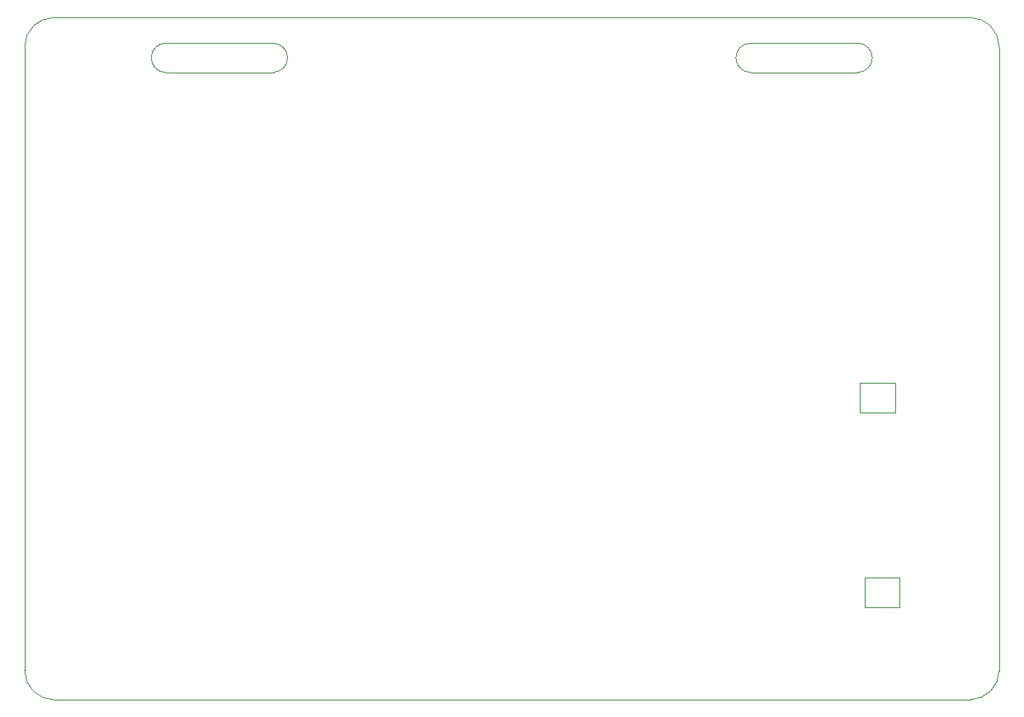
<source format=gm1>
%TF.GenerationSoftware,KiCad,Pcbnew,9.0.7*%
%TF.CreationDate,2026-03-07T10:30:55+01:00*%
%TF.ProjectId,confnicebadge,636f6e66-6e69-4636-9562-616467652e6b,rev?*%
%TF.SameCoordinates,Original*%
%TF.FileFunction,Profile,NP*%
%FSLAX46Y46*%
G04 Gerber Fmt 4.6, Leading zero omitted, Abs format (unit mm)*
G04 Created by KiCad (PCBNEW 9.0.7) date 2026-03-07 10:30:55*
%MOMM*%
%LPD*%
G01*
G04 APERTURE LIST*
%TA.AperFunction,Profile*%
%ADD10C,0.050000*%
%TD*%
%TA.AperFunction,Profile*%
%ADD11C,0.120000*%
%TD*%
G04 APERTURE END LIST*
D10*
X130000000Y-87000000D02*
G75*
G02*
X127000000Y-90000000I-3000000J0D01*
G01*
X30000000Y-23000000D02*
G75*
G02*
X33000000Y-20000000I3000000J0D01*
G01*
X130000000Y-23000000D02*
X130000000Y-87000000D01*
X127000000Y-20000000D02*
G75*
G02*
X130000000Y-23000000I0J-3000000D01*
G01*
X127000000Y-90000000D02*
X33000000Y-90000000D01*
X33000000Y-20000000D02*
X127000000Y-20000000D01*
X33000000Y-90000000D02*
G75*
G02*
X30000000Y-87000000I0J3000000D01*
G01*
X30000000Y-87000000D02*
X30000000Y-23000000D01*
D11*
%TO.C,SW2c*%
X116982000Y-24130000D02*
G75*
G02*
X115482000Y-25630000I-1500000J0D01*
G01*
X115482000Y-22630000D02*
G75*
G02*
X116982000Y-24130000I0J-1500000D01*
G01*
X104482000Y-25630000D02*
G75*
G02*
X102982000Y-24130000I1J1500001D01*
G01*
X102982000Y-24130000D02*
G75*
G02*
X104482000Y-22630000I1500001J-1D01*
G01*
X115482000Y-22630000D02*
X104482000Y-22630000D01*
X104482000Y-25630000D02*
X115482000Y-25630000D01*
%TO.C,SW2b*%
X56982000Y-24130000D02*
G75*
G02*
X55482000Y-25630000I-1500000J0D01*
G01*
X55482000Y-22630000D02*
G75*
G02*
X56982000Y-24130000I0J-1500000D01*
G01*
X44482000Y-25630000D02*
G75*
G02*
X42982000Y-24130000I1J1500001D01*
G01*
X42982000Y-24130000D02*
G75*
G02*
X44482000Y-22630000I1500001J-1D01*
G01*
X55482000Y-22630000D02*
X44482000Y-22630000D01*
X44482000Y-25630000D02*
X55482000Y-25630000D01*
%TO.C,LED1*%
X119300000Y-60550000D02*
X115700000Y-60550000D01*
X119300000Y-57450000D02*
X119300000Y-60550000D01*
X115700000Y-60550000D02*
X115700000Y-57450000D01*
X115700000Y-57450000D02*
X119300000Y-57450000D01*
%TO.C,LED2*%
X119800000Y-80550000D02*
X116200000Y-80550000D01*
X119800000Y-77450000D02*
X119800000Y-80550000D01*
X116200000Y-80550000D02*
X116200000Y-77450000D01*
X116200000Y-77450000D02*
X119800000Y-77450000D01*
%TD*%
M02*

</source>
